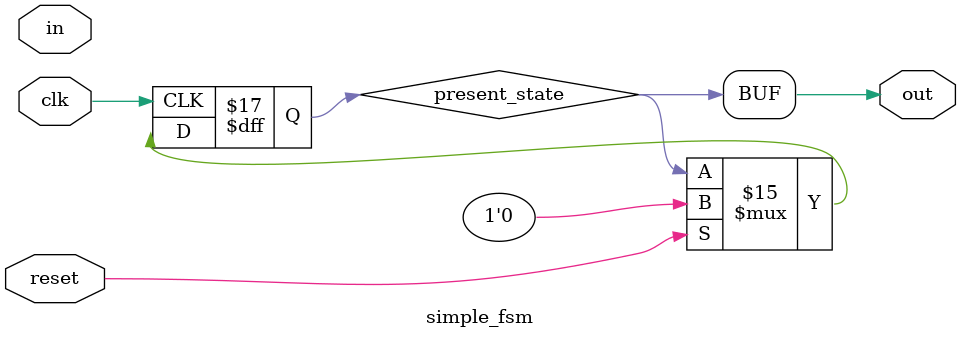
<source format=v>
module simple_fsm(clk, reset, in, out);
input clk;
input reset;
input in;
output out;
wire out;
reg present_state, next_state;
// In state 0, if in=1, stay in state 0. In state 0, if in=0, go to state 1
// In state 1, if in=1, stay in state 1. In state 1, if in=0, go to state 0
// out=1 in state 0 and out=0 in state 1
assign out = present_state;
always @(posedge clk)
begin
if(reset)
begin
present_state <= 0;
end
else
begin
case (present_state)
0:
begin
if(in)
begin
next_state <= 0;
end
else
begin
next_state <= 1;
end
end
1:
begin
if(in)
begin
next_state <= 1;
end
else
begin
next_state <= 0;
end
end
endcase
end
end
endmodule

</source>
